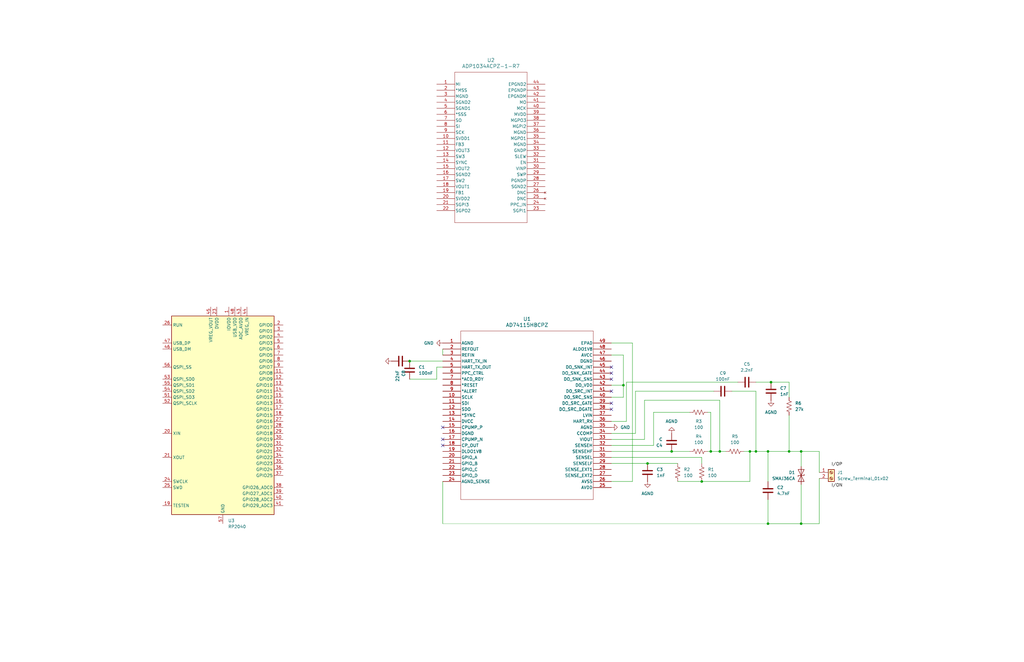
<source format=kicad_sch>
(kicad_sch (version 20231120) (generator "eeschema") (generator_version "8.0")
  (paper "USLedger")
  (lib_symbols
    (symbol "AD74115H:AD74115HBCPZ" (pin_names (offset 0.254))
      (property "Reference" "U" (at 35.56 10.16 0))
      (property "Value" "AD74115HBCPZ" (at 35.56 7.62 0))
      (symbol "AD74115HBCPZ_0_1"
        (polyline (pts (xy 7.62 -66.04) (xy 63.5 -66.04)) (stroke (width 0.127)))
        (polyline (pts (xy 7.62 5.08) (xy 7.62 -66.04)) (stroke (width 0.127)))
        (polyline (pts (xy 63.5 -66.04) (xy 63.5 5.08)) (stroke (width 0.127)))
        (polyline (pts (xy 63.5 5.08) (xy 7.62 5.08)) (stroke (width 0.127)))
        (pin power_out line (at 0 0 0) (length 7.62) (name "AGND") (number "1"))
        (pin unspecified line (at 0 -22.86 0) (length 7.62) (name "SCLK") (number "10"))
        (pin input line (at 0 -25.4 0) (length 7.62) (name "SDI") (number "11"))
        (pin output line (at 0 -27.94 0) (length 7.62) (name "SDO") (number "12"))
        (pin input line (at 0 -30.48 0) (length 7.62) (name "*SYNC") (number "13"))
        (pin power_in line (at 0 -33.02 0) (length 7.62) (name "DVCC") (number "14"))
        (pin unspecified line (at 0 -35.56 0) (length 7.62) (name "CPUMP_P") (number "15"))
        (pin power_out line (at 0 -38.1 0) (length 7.62) (name "DGND") (number "16"))
        (pin unspecified line (at 0 -40.64 0) (length 7.62) (name "CPUMP_N") (number "17"))
        (pin power_in line (at 0 -43.18 0) (length 7.62) (name "CP_OUT") (number "18"))
        (pin power_in line (at 0 -45.72 0) (length 7.62) (name "DLDO1V8") (number "19"))
        (pin power_in line (at 0 -2.54 0) (length 7.62) (name "REFOUT") (number "2"))
        (pin bidirectional line (at 0 -48.26 0) (length 7.62) (name "GPIO_A") (number "20"))
        (pin bidirectional line (at 0 -50.8 0) (length 7.62) (name "GPIO_B") (number "21"))
        (pin bidirectional line (at 0 -53.34 0) (length 7.62) (name "GPIO_C") (number "22"))
        (pin bidirectional line (at 0 -55.88 0) (length 7.62) (name "GPIO_D") (number "23"))
        (pin unspecified line (at 0 -58.42 0) (length 7.62) (name "AGND_SENSE") (number "24"))
        (pin power_in line (at 71.12 -60.96 180) (length 7.62) (name "AVDD") (number "25"))
        (pin power_in line (at 71.12 -58.42 180) (length 7.62) (name "AVSS") (number "26"))
        (pin unspecified line (at 71.12 -55.88 180) (length 7.62) (name "SENSE_EXT2") (number "27"))
        (pin unspecified line (at 71.12 -53.34 180) (length 7.62) (name "SENSE_EXT1") (number "28"))
        (pin unspecified line (at 71.12 -50.8 180) (length 7.62) (name "SENSELF") (number "29"))
        (pin power_in line (at 0 -5.08 0) (length 7.62) (name "REFIN") (number "3"))
        (pin unspecified line (at 71.12 -48.26 180) (length 7.62) (name "SENSEL") (number "30"))
        (pin unspecified line (at 71.12 -45.72 180) (length 7.62) (name "SENSEHF") (number "31"))
        (pin unspecified line (at 71.12 -43.18 180) (length 7.62) (name "SENSEH") (number "32"))
        (pin power_in line (at 71.12 -40.64 180) (length 7.62) (name "VIOUT") (number "33"))
        (pin unspecified line (at 71.12 -38.1 180) (length 7.62) (name "CCOMP") (number "34"))
        (pin power_out line (at 71.12 -35.56 180) (length 7.62) (name "AGND") (number "35"))
        (pin unspecified line (at 71.12 -33.02 180) (length 7.62) (name "HART_RX") (number "36"))
        (pin power_in line (at 71.12 -30.48 180) (length 7.62) (name "LVIN") (number "37"))
        (pin output line (at 71.12 -27.94 180) (length 7.62) (name "DO_SRC_DGATE") (number "38"))
        (pin output line (at 71.12 -25.4 180) (length 7.62) (name "DO_SRC_GATE") (number "39"))
        (pin unspecified line (at 0 -7.62 0) (length 7.62) (name "HART_TX_IN") (number "4"))
        (pin output line (at 71.12 -22.86 180) (length 7.62) (name "DO_SRC_SNS") (number "40"))
        (pin output line (at 71.12 -20.32 180) (length 7.62) (name "DO_SRC_INT") (number "41"))
        (pin output line (at 71.12 -17.78 180) (length 7.62) (name "DO_VDD") (number "42"))
        (pin output line (at 71.12 -15.24 180) (length 7.62) (name "DO_SNK_SNS") (number "43"))
        (pin output line (at 71.12 -12.7 180) (length 7.62) (name "DO_SNK_GATE") (number "44"))
        (pin output line (at 71.12 -10.16 180) (length 7.62) (name "DO_SNK_INT") (number "45"))
        (pin power_out line (at 71.12 -7.62 180) (length 7.62) (name "DGND") (number "46"))
        (pin power_in line (at 71.12 -5.08 180) (length 7.62) (name "AVCC") (number "47"))
        (pin power_in line (at 71.12 -2.54 180) (length 7.62) (name "ALDO1V8") (number "48"))
        (pin power_out line (at 71.12 0 180) (length 7.62) (name "EPAD") (number "49"))
        (pin unspecified line (at 0 -10.16 0) (length 7.62) (name "HART_TX_OUT") (number "5"))
        (pin unspecified line (at 0 -12.7 0) (length 7.62) (name "PPC_CTRL") (number "6"))
        (pin output line (at 0 -15.24 0) (length 7.62) (name "*ACD_RDY") (number "7"))
        (pin input line (at 0 -17.78 0) (length 7.62) (name "*RESET") (number "8"))
        (pin output line (at 0 -20.32 0) (length 7.62) (name "*ALERT") (number "9"))
      )
    )
    (symbol "ADP1034:ADP1034ACPZ-1-R7" (pin_names (offset 0.254))
      (property "Reference" "U" (at 22.86 10.16 0))
      (property "Value" "ADP1034ACPZ-1-R7" (at 22.86 7.62 0))
      (symbol "ADP1034ACPZ-1-R7_0_1"
        (polyline (pts (xy 7.62 -58.42) (xy 38.1 -58.42)) (stroke (width 0.127)))
        (polyline (pts (xy 7.62 5.08) (xy 7.62 -58.42)) (stroke (width 0.127)))
        (polyline (pts (xy 38.1 -58.42) (xy 38.1 5.08)) (stroke (width 0.127)))
        (polyline (pts (xy 38.1 5.08) (xy 7.62 5.08)) (stroke (width 0.127)))
        (pin output line (at 0 0 0) (length 7.62) (name "MI") (number "1"))
        (pin power_in line (at 0 -22.86 0) (length 7.62) (name "SVDD1") (number "10"))
        (pin unspecified line (at 0 -25.4 0) (length 7.62) (name "FB3") (number "11"))
        (pin power_in line (at 0 -27.94 0) (length 7.62) (name "VOUT3") (number "12"))
        (pin unspecified line (at 0 -30.48 0) (length 7.62) (name "SW3") (number "13"))
        (pin input line (at 0 -33.02 0) (length 7.62) (name "SYNC") (number "14"))
        (pin power_in line (at 0 -35.56 0) (length 7.62) (name "VOUT2") (number "15"))
        (pin power_out line (at 0 -38.1 0) (length 7.62) (name "SGND2") (number "16"))
        (pin unspecified line (at 0 -40.64 0) (length 7.62) (name "SW2") (number "17"))
        (pin power_in line (at 0 -43.18 0) (length 7.62) (name "VOUT1") (number "18"))
        (pin unspecified line (at 0 -45.72 0) (length 7.62) (name "FB1") (number "19"))
        (pin input line (at 0 -2.54 0) (length 7.62) (name "*MSS") (number "2"))
        (pin power_in line (at 0 -48.26 0) (length 7.62) (name "SVDD2") (number "20"))
        (pin input line (at 0 -50.8 0) (length 7.62) (name "SGPI3") (number "21"))
        (pin output line (at 0 -53.34 0) (length 7.62) (name "SGPO2") (number "22"))
        (pin input line (at 45.72 -53.34 180) (length 7.62) (name "SGPI1") (number "23"))
        (pin input line (at 45.72 -50.8 180) (length 7.62) (name "PPC_IN") (number "24"))
        (pin no_connect line (at 45.72 -48.26 180) (length 7.62) (name "DNC") (number "25"))
        (pin no_connect line (at 45.72 -45.72 180) (length 7.62) (name "DNC") (number "26"))
        (pin power_out line (at 45.72 -43.18 180) (length 7.62) (name "SGND2") (number "27"))
        (pin power_out line (at 45.72 -40.64 180) (length 7.62) (name "PGNDP") (number "28"))
        (pin unspecified line (at 45.72 -38.1 180) (length 7.62) (name "SWP") (number "29"))
        (pin power_out line (at 0 -5.08 0) (length 7.62) (name "MGND") (number "3"))
        (pin power_in line (at 45.72 -35.56 180) (length 7.62) (name "VINP") (number "30"))
        (pin input line (at 45.72 -33.02 180) (length 7.62) (name "EN") (number "31"))
        (pin input line (at 45.72 -30.48 180) (length 7.62) (name "SLEW") (number "32"))
        (pin power_out line (at 45.72 -27.94 180) (length 7.62) (name "GNDP") (number "33"))
        (pin power_out line (at 45.72 -25.4 180) (length 7.62) (name "MGND") (number "34"))
        (pin output line (at 45.72 -22.86 180) (length 7.62) (name "MGPO1") (number "35"))
        (pin power_out line (at 45.72 -20.32 180) (length 7.62) (name "MGND") (number "36"))
        (pin input line (at 45.72 -17.78 180) (length 7.62) (name "MGPI2") (number "37"))
        (pin output line (at 45.72 -15.24 180) (length 7.62) (name "MGPO3") (number "38"))
        (pin power_in line (at 45.72 -12.7 180) (length 7.62) (name "MVDD") (number "39"))
        (pin power_out line (at 0 -7.62 0) (length 7.62) (name "SGND2") (number "4"))
        (pin input line (at 45.72 -10.16 180) (length 7.62) (name "MCK") (number "40"))
        (pin input line (at 45.72 -7.62 180) (length 7.62) (name "MO") (number "41"))
        (pin power_out line (at 45.72 -5.08 180) (length 7.62) (name "EPGNDM") (number "42"))
        (pin power_out line (at 45.72 -2.54 180) (length 7.62) (name "EPGNDP") (number "43"))
        (pin power_out line (at 45.72 0 180) (length 7.62) (name "EPGND2") (number "44"))
        (pin power_out line (at 0 -10.16 0) (length 7.62) (name "SGND1") (number "5"))
        (pin output line (at 0 -12.7 0) (length 7.62) (name "*SSS") (number "6"))
        (pin input line (at 0 -15.24 0) (length 7.62) (name "SO") (number "7"))
        (pin output line (at 0 -17.78 0) (length 7.62) (name "SI") (number "8"))
        (pin output line (at 0 -20.32 0) (length 7.62) (name "SCK") (number "9"))
      )
    )
    (symbol "Connector:Screw_Terminal_01x02" (pin_names (offset 1.016) hide)
      (property "Reference" "J" (at 0 2.54 0))
      (property "Value" "Screw_Terminal_01x02" (at 0 -5.08 0))
      (symbol "Screw_Terminal_01x02_1_1"
        (rectangle (start -1.27 1.27) (end 1.27 -3.81) (stroke (width 0.254)) (fill (type background)))
        (circle (center 0 -2.54) (radius 0.635) (stroke (width 0.1524)))
        (polyline (pts (xy -0.5334 -2.2098) (xy 0.3302 -3.048)) (stroke (width 0.1524)))
        (polyline (pts (xy -0.5334 0.3302) (xy 0.3302 -0.508)) (stroke (width 0.1524)))
        (polyline (pts (xy -0.3556 -2.032) (xy 0.508 -2.8702)) (stroke (width 0.1524)))
        (polyline (pts (xy -0.3556 0.508) (xy 0.508 -0.3302)) (stroke (width 0.1524)))
        (circle (center 0 0) (radius 0.635) (stroke (width 0.1524)))
        (pin passive line (at -5.08 0 0) (length 3.81) (name "Pin_1") (number "1"))
        (pin passive line (at -5.08 -2.54 0) (length 3.81) (name "Pin_2") (number "2"))
      )
    )
    (symbol "Device:C" (pin_numbers hide) (pin_names (offset 0.254))
      (property "Reference" "C" (at 0.635 2.54 0))
      (property "Value" "C" (at 0.635 -2.54 0))
      (symbol "C_0_1"
        (polyline (pts (xy -2.032 -0.762) (xy 2.032 -0.762)) (stroke (width 0.508)))
        (polyline (pts (xy -2.032 0.762) (xy 2.032 0.762)) (stroke (width 0.508)))
      )
      (symbol "C_1_1"
        (pin passive line (at 0 3.81 270) (length 2.794) (name "~") (number "1"))
        (pin passive line (at 0 -3.81 90) (length 2.794) (name "~") (number "2"))
      )
    )
    (symbol "Device:R_US" (pin_numbers hide) (pin_names (offset 0))
      (property "Reference" "R" (at 2.54 0 90))
      (property "Value" "R_US" (at -2.54 0 90))
      (symbol "R_US_0_1"
        (polyline (pts (xy 0 -2.286) (xy 0 -2.54)))
        (polyline (pts (xy 0 2.286) (xy 0 2.54)))
        (polyline (pts (xy 0 -0.762) (xy 1.016 -1.143) (xy 0 -1.524) (xy -1.016 -1.905) (xy 0 -2.286)))
        (polyline (pts (xy 0 0.762) (xy 1.016 0.381) (xy 0 0) (xy -1.016 -0.381) (xy 0 -0.762)))
        (polyline (pts (xy 0 2.286) (xy 1.016 1.905) (xy 0 1.524) (xy -1.016 1.143) (xy 0 0.762)))
      )
      (symbol "R_US_1_1"
        (pin passive line (at 0 3.81 270) (length 1.27) (name "~") (number "1"))
        (pin passive line (at 0 -3.81 90) (length 1.27) (name "~") (number "2"))
      )
    )
    (symbol "Diode:SMAJ36CA" (pin_numbers hide) (pin_names (offset 1.016) hide)
      (property "Reference" "D" (at 0 2.54 0))
      (property "Value" "SMAJ36CA" (at 0 -2.54 0))
      (symbol "SMAJ36CA_0_1"
        (polyline (pts (xy 1.27 0) (xy -1.27 0)))
        (polyline (pts (xy -2.54 -1.27) (xy 0 0) (xy -2.54 1.27) (xy -2.54 -1.27)) (stroke (width 0.2032)))
        (polyline (pts (xy 0.508 1.27) (xy 0 1.27) (xy 0 -1.27) (xy -0.508 -1.27)) (stroke (width 0.2032)))
        (polyline (pts (xy 2.54 1.27) (xy 2.54 -1.27) (xy 0 0) (xy 2.54 1.27)) (stroke (width 0.2032)))
      )
      (symbol "SMAJ36CA_1_1"
        (pin passive line (at -3.81 0 0) (length 2.54) (name "A1") (number "1"))
        (pin passive line (at 3.81 0 180) (length 2.54) (name "A2") (number "2"))
      )
    )
    (symbol "MCU_RaspberryPi:RP2040"
      (property "Reference" "U" (at 17.78 45.72 0))
      (property "Value" "RP2040" (at 17.78 43.18 0))
      (symbol "RP2040_0_1"
        (rectangle (start -21.59 41.91) (end 21.59 -41.91) (stroke (width 0.254)) (fill (type background)))
      )
      (symbol "RP2040_1_1"
        (pin power_in line (at 2.54 45.72 270) (length 3.81) (name "IOVDD") (number "1"))
        (pin passive line (at 2.54 45.72 270) (length 3.81) hide (name "IOVDD") (number "10"))
        (pin bidirectional line (at 25.4 17.78 180) (length 3.81) (name "GPIO8") (number "11"))
        (pin bidirectional line (at 25.4 15.24 180) (length 3.81) (name "GPIO9") (number "12"))
        (pin bidirectional line (at 25.4 12.7 180) (length 3.81) (name "GPIO10") (number "13"))
        (pin bidirectional line (at 25.4 10.16 180) (length 3.81) (name "GPIO11") (number "14"))
        (pin bidirectional line (at 25.4 7.62 180) (length 3.81) (name "GPIO12") (number "15"))
        (pin bidirectional line (at 25.4 5.08 180) (length 3.81) (name "GPIO13") (number "16"))
        (pin bidirectional line (at 25.4 2.54 180) (length 3.81) (name "GPIO14") (number "17"))
        (pin bidirectional line (at 25.4 0 180) (length 3.81) (name "GPIO15") (number "18"))
        (pin input line (at -25.4 -38.1 0) (length 3.81) (name "TESTEN") (number "19"))
        (pin bidirectional line (at 25.4 38.1 180) (length 3.81) (name "GPIO0") (number "2"))
        (pin input line (at -25.4 -7.62 0) (length 3.81) (name "XIN") (number "20"))
        (pin passive line (at -25.4 -17.78 0) (length 3.81) (name "XOUT") (number "21"))
        (pin passive line (at 2.54 45.72 270) (length 3.81) hide (name "IOVDD") (number "22"))
        (pin power_in line (at -2.54 45.72 270) (length 3.81) (name "DVDD") (number "23"))
        (pin input line (at -25.4 -27.94 0) (length 3.81) (name "SWCLK") (number "24"))
        (pin bidirectional line (at -25.4 -30.48 0) (length 3.81) (name "SWD") (number "25"))
        (pin input line (at -25.4 38.1 0) (length 3.81) (name "RUN") (number "26"))
        (pin bidirectional line (at 25.4 -2.54 180) (length 3.81) (name "GPIO16") (number "27"))
        (pin bidirectional line (at 25.4 -5.08 180) (length 3.81) (name "GPIO17") (number "28"))
        (pin bidirectional line (at 25.4 -7.62 180) (length 3.81) (name "GPIO18") (number "29"))
        (pin bidirectional line (at 25.4 35.56 180) (length 3.81) (name "GPIO1") (number "3"))
        (pin bidirectional line (at 25.4 -10.16 180) (length 3.81) (name "GPIO19") (number "30"))
        (pin bidirectional line (at 25.4 -12.7 180) (length 3.81) (name "GPIO20") (number "31"))
        (pin bidirectional line (at 25.4 -15.24 180) (length 3.81) (name "GPIO21") (number "32"))
        (pin passive line (at 2.54 45.72 270) (length 3.81) hide (name "IOVDD") (number "33"))
        (pin bidirectional line (at 25.4 -17.78 180) (length 3.81) (name "GPIO22") (number "34"))
        (pin bidirectional line (at 25.4 -20.32 180) (length 3.81) (name "GPIO23") (number "35"))
        (pin bidirectional line (at 25.4 -22.86 180) (length 3.81) (name "GPIO24") (number "36"))
        (pin bidirectional line (at 25.4 -25.4 180) (length 3.81) (name "GPIO25") (number "37"))
        (pin bidirectional line (at 25.4 -30.48 180) (length 3.81) (name "GPIO26_ADC0") (number "38"))
        (pin bidirectional line (at 25.4 -33.02 180) (length 3.81) (name "GPIO27_ADC1") (number "39"))
        (pin bidirectional line (at 25.4 33.02 180) (length 3.81) (name "GPIO2") (number "4"))
        (pin bidirectional line (at 25.4 -35.56 180) (length 3.81) (name "GPIO28_ADC2") (number "40"))
        (pin bidirectional line (at 25.4 -38.1 180) (length 3.81) (name "GPIO29_ADC3") (number "41"))
        (pin passive line (at 2.54 45.72 270) (length 3.81) hide (name "IOVDD") (number "42"))
        (pin power_in line (at 7.62 45.72 270) (length 3.81) (name "ADC_AVDD") (number "43"))
        (pin power_in line (at 10.16 45.72 270) (length 3.81) (name "VREG_IN") (number "44"))
        (pin power_out line (at -5.08 45.72 270) (length 3.81) (name "VREG_VOUT") (number "45"))
        (pin bidirectional line (at -25.4 27.94 0) (length 3.81) (name "USB_DM") (number "46"))
        (pin bidirectional line (at -25.4 30.48 0) (length 3.81) (name "USB_DP") (number "47"))
        (pin power_in line (at 5.08 45.72 270) (length 3.81) (name "USB_VDD") (number "48"))
        (pin passive line (at 2.54 45.72 270) (length 3.81) hide (name "IOVDD") (number "49"))
        (pin bidirectional line (at 25.4 30.48 180) (length 3.81) (name "GPIO3") (number "5"))
        (pin passive line (at -2.54 45.72 270) (length 3.81) hide (name "DVDD") (number "50"))
        (pin bidirectional line (at -25.4 7.62 0) (length 3.81) (name "QSPI_SD3") (number "51"))
        (pin output line (at -25.4 5.08 0) (length 3.81) (name "QSPI_SCLK") (number "52"))
        (pin bidirectional line (at -25.4 15.24 0) (length 3.81) (name "QSPI_SD0") (number "53"))
        (pin bidirectional line (at -25.4 10.16 0) (length 3.81) (name "QSPI_SD2") (number "54"))
        (pin bidirectional line (at -25.4 12.7 0) (length 3.81) (name "QSPI_SD1") (number "55"))
        (pin bidirectional line (at -25.4 20.32 0) (length 3.81) (name "QSPI_SS") (number "56"))
        (pin power_in line (at 0 -45.72 90) (length 3.81) (name "GND") (number "57"))
        (pin bidirectional line (at 25.4 27.94 180) (length 3.81) (name "GPIO4") (number "6"))
        (pin bidirectional line (at 25.4 25.4 180) (length 3.81) (name "GPIO5") (number "7"))
        (pin bidirectional line (at 25.4 22.86 180) (length 3.81) (name "GPIO6") (number "8"))
        (pin bidirectional line (at 25.4 20.32 180) (length 3.81) (name "GPIO7") (number "9"))
      )
    )
    (symbol "power:GND" (power) (pin_numbers hide) (pin_names (offset 0) hide)
      (property "Value" "GND" (at 0 -3.81 0))
      (symbol "GND_0_1"
        (polyline (pts (xy 0 0) (xy 0 -1.27) (xy 1.27 -1.27) (xy 0 -2.54) (xy -1.27 -1.27) (xy 0 -1.27)))
      )
      (symbol "GND_1_1"
        (pin power_in line (at 0 0 270) (length 0) (name "~") (number "1"))
      )
    )
  )
  (junction (at 295.91 203.2))
  (junction (at 303.53 190.5))
  (junction (at 316.23 190.5))
  (junction (at 172.72 152.4))
  (junction (at 325.12 161.29))
  (junction (at 283.21 190.5))
  (junction (at 273.05 195.58))
  (junction (at 318.77 190.5))
  (junction (at 299.72 190.5))
  (junction (at 262.89 162.56))
  (junction (at 323.85 190.5))
  (junction (at 337.82 220.98))
  (junction (at 332.74 190.5))
  (junction (at 337.82 190.5))
  (junction (at 323.85 220.98))
  (no_connect (at 257.81 154.94))
  (no_connect (at 257.81 160.02))
  (no_connect (at 257.81 157.48))
  (no_connect (at 257.81 172.72))
  (no_connect (at 257.81 170.18))
  (no_connect (at 186.69 185.42))
  (no_connect (at 186.69 180.34))
  (no_connect (at 186.69 187.96))
  (no_connect (at 257.81 165.1))
  (wire (pts (xy 308.61 165.1) (xy 318.77 165.1)))
  (wire (pts (xy 337.82 204.47) (xy 337.82 220.98)))
  (wire (pts (xy 283.21 190.5) (xy 290.83 190.5)))
  (wire (pts (xy 266.7 144.78) (xy 266.7 203.2)))
  (wire (pts (xy 186.69 154.94) (xy 184.15 154.94)))
  (wire (pts (xy 332.74 175.26) (xy 332.74 190.5)))
  (wire (pts (xy 262.89 149.86) (xy 262.89 162.56)))
  (wire (pts (xy 257.81 182.88) (xy 267.97 182.88)))
  (wire (pts (xy 275.59 187.96) (xy 275.59 173.99)))
  (wire (pts (xy 313.69 190.5) (xy 316.23 190.5)))
  (wire (pts (xy 303.53 190.5) (xy 306.07 190.5)))
  (wire (pts (xy 257.81 190.5) (xy 283.21 190.5)))
  (wire (pts (xy 316.23 203.2) (xy 316.23 190.5)))
  (wire (pts (xy 295.91 203.2) (xy 316.23 203.2)))
  (wire (pts (xy 257.81 144.78) (xy 266.7 144.78)))
  (wire (pts (xy 257.81 193.04) (xy 295.91 193.04)))
  (wire (pts (xy 172.72 152.4) (xy 186.69 152.4)))
  (wire (pts (xy 257.81 203.2) (xy 266.7 203.2)))
  (wire (pts (xy 172.72 160.02) (xy 184.15 160.02)))
  (wire (pts (xy 262.89 162.56) (xy 262.89 167.64)))
  (wire (pts (xy 267.97 165.1) (xy 300.99 165.1)))
  (wire (pts (xy 299.72 173.99) (xy 299.72 190.5)))
  (wire (pts (xy 267.97 182.88) (xy 267.97 165.1)))
  (wire (pts (xy 325.12 161.29) (xy 332.74 161.29)))
  (wire (pts (xy 323.85 190.5) (xy 323.85 203.2)))
  (wire (pts (xy 345.44 190.5) (xy 345.44 199.39)))
  (wire (pts (xy 299.72 190.5) (xy 303.53 190.5)))
  (wire (pts (xy 323.85 190.5) (xy 332.74 190.5)))
  (wire (pts (xy 257.81 195.58) (xy 273.05 195.58)))
  (wire (pts (xy 257.81 187.96) (xy 275.59 187.96)))
  (wire (pts (xy 186.69 203.2) (xy 186.69 220.98)))
  (wire (pts (xy 186.69 147.32) (xy 186.69 149.86)))
  (wire (pts (xy 337.82 196.85) (xy 337.82 190.5)))
  (wire (pts (xy 257.81 149.86) (xy 262.89 149.86)))
  (wire (pts (xy 257.81 162.56) (xy 262.89 162.56)))
  (wire (pts (xy 273.05 195.58) (xy 285.75 195.58)))
  (wire (pts (xy 345.44 220.98) (xy 345.44 201.93)))
  (wire (pts (xy 332.74 190.5) (xy 337.82 190.5)))
  (wire (pts (xy 318.77 190.5) (xy 323.85 190.5)))
  (wire (pts (xy 275.59 173.99) (xy 290.83 173.99)))
  (wire (pts (xy 318.77 161.29) (xy 325.12 161.29)))
  (wire (pts (xy 323.85 220.98) (xy 337.82 220.98)))
  (wire (pts (xy 285.75 203.2) (xy 295.91 203.2)))
  (wire (pts (xy 257.81 185.42) (xy 271.78 185.42)))
  (wire (pts (xy 295.91 193.04) (xy 295.91 195.58)))
  (wire (pts (xy 323.85 210.82) (xy 323.85 220.98)))
  (wire (pts (xy 184.15 154.94) (xy 184.15 160.02)))
  (wire (pts (xy 318.77 165.1) (xy 318.77 190.5)))
  (wire (pts (xy 257.81 167.64) (xy 262.89 167.64)))
  (wire (pts (xy 298.45 173.99) (xy 299.72 173.99)))
  (wire (pts (xy 318.77 190.5) (xy 316.23 190.5)))
  (wire (pts (xy 337.82 190.5) (xy 345.44 190.5)))
  (wire (pts (xy 303.53 168.91) (xy 303.53 190.5)))
  (wire (pts (xy 271.78 168.91) (xy 303.53 168.91)))
  (wire (pts (xy 264.16 161.29) (xy 311.15 161.29)))
  (wire (pts (xy 257.81 177.8) (xy 264.16 177.8)))
  (wire (pts (xy 271.78 185.42) (xy 271.78 168.91)))
  (wire (pts (xy 264.16 177.8) (xy 264.16 161.29)))
  (wire (pts (xy 337.82 220.98) (xy 345.44 220.98)))
  (wire (pts (xy 186.69 220.98) (xy 323.85 220.98)) (stroke (width 0.0381)))
  (wire (pts (xy 298.45 190.5) (xy 299.72 190.5)))
  (wire (pts (xy 332.74 161.29) (xy 332.74 167.64)))
  (label "I{slash}ON" (at 350.52 205.74 0))
  (label "I{slash}OP" (at 350.52 196.85 0))
  (symbol (lib_id "Device:R_US") (at 294.64 173.99 90) (unit 1)
    (property "Reference" "R3" (at 294.64 177.8 90))
    (property "Value" "100" (at 294.64 180.34 90))
    (property "Footprint" "Resistor_SMD:R_0201_0603Metric" (effects (hide yes)))
    (property "Description" "Resistor" (effects (hide yes)))
  )
  (symbol (lib_id "Device:C") (at 323.85 207.01 180) (unit 1)
    (property "Reference" "C2" (at 327.66 205.7399 0) (effects (justify right)))
    (property "Value" "4.7nF" (at 327.66 208.2799 0) (effects (justify right)))
    (property "Footprint" "Capacitor_Tantalum_SMD:CP_EIA-1608-08_AVX-J" (effects (hide yes)))
    (property "Description" "Unpolarized capacitor" (effects (hide yes)))
    (property "Sim.Device" "C" (effects (hide yes)))
    (property "Sim.Pins" "1=+ 2=-" (effects (hide yes)))
  )
  (symbol (lib_id "ADP1034:ADP1034ACPZ-1-R7") (at 184.15 35.56 0) (unit 1)
    (property "Reference" "U2" (at 207.01 25.4 0) (effects (font (size 1.524 1.524))))
    (property "Value" "ADP1034ACPZ-1-R7" (at 207.01 27.94 0) (effects (font (size 1.524 1.524))))
    (property "Footprint" "ADP1034:CP-41-1_ADI" (effects (hide yes)))
    (property "Datasheet" "ADP1034ACPZ-1-R7" (effects (hide yes)))
  )
  (symbol (lib_id "Device:R_US") (at 285.75 199.39 0) (unit 1)
    (property "Reference" "R2" (at 288.29 198.1199 0) (effects (justify left)))
    (property "Value" "100" (at 288.29 200.6599 0) (effects (justify left)))
    (property "Footprint" "Resistor_SMD:R_0201_0603Metric" (effects (hide yes)))
    (property "Description" "Resistor" (effects (hide yes)))
  )
  (symbol (lib_id "Device:C") (at 314.96 161.29 90) (unit 1)
    (property "Reference" "C5" (at 314.96 153.67 90))
    (property "Value" "2.2nF" (at 314.96 156.21 90))
    (property "Footprint" "Resistor_SMD:R_0201_0603Metric" (effects (hide yes)))
    (property "Description" "Unpolarized capacitor" (effects (hide yes)))
    (property "Sim.Device" "C" (effects (hide yes)))
    (property "Sim.Pins" "1=+ 2=-" (effects (hide yes)))
  )
  (symbol (lib_id "Device:C") (at 325.12 165.1 0) (unit 1)
    (property "Reference" "C7" (at 328.93 163.8299 0) (effects (justify left)))
    (property "Value" "1nF" (at 328.93 166.3699 0) (effects (justify left)))
    (property "Footprint" "Capacitor_Tantalum_SMD:CP_EIA-1608-08_AVX-J" (effects (hide yes)))
    (property "Description" "Unpolarized capacitor" (effects (hide yes)))
  )
  (symbol (lib_id "MCU_RaspberryPi:RP2040") (at 93.98 175.26 0) (unit 1)
    (property "Reference" "U3" (at 96.1741 219.71 0) (effects (justify left)))
    (property "Value" "RP2040" (at 96.1741 222.25 0) (effects (justify left)))
    (property "Footprint" "Package_DFN_QFN:QFN-56-1EP_7x7mm_P0.4mm_EP3.2x3.2mm" (effects (hide yes)))
    (property "Datasheet" "https://datasheets.raspberrypi.com/rp2040/rp2040-datasheet.pdf" (effects (hide yes)))
    (property "Description" "A microcontroller by Raspberry Pi" (effects (hide yes)))
  )
  (symbol (lib_id "Diode:SMAJ36CA") (at 337.82 200.66 270) (mirror x) (unit 1)
    (property "Reference" "D1" (at 335.28 199.3899 90) (effects (justify right)))
    (property "Value" "SMAJ36CA" (at 335.28 201.9299 90) (effects (justify right)))
    (property "Footprint" "Diode_SMD:D_SMA" (effects (hide yes)))
    (property "Datasheet" "https://www.littelfuse.com/media?resourcetype=datasheets&itemid=75e32973-b177-4ee3-a0ff-cedaf1abdb93&filename=smaj-datasheet" (effects (hide yes)))
    (property "Description" "400W bidirectional Transient Voltage Suppressor, 36.0Vr, SMA(DO-214AC)" (effects (hide yes)))
  )
  (symbol (lib_id "Device:R_US") (at 309.88 190.5 90) (unit 1)
    (property "Reference" "R5" (at 309.88 184.15 90))
    (property "Value" "100" (at 309.88 186.69 90))
    (property "Footprint" "Resistor_SMD:R_0201_0603Metric" (effects (hide yes)))
    (property "Description" "Resistor" (effects (hide yes)))
  )
  (symbol (lib_id "Device:C") (at 304.8 165.1 90) (unit 1)
    (property "Reference" "C9" (at 304.8 157.48 90))
    (property "Value" "100nF" (at 304.8 160.02 90))
    (property "Footprint" "Capacitor_Tantalum_SMD:CP_EIA-1608-08_AVX-J" (effects (hide yes)))
    (property "Description" "Unpolarized capacitor" (effects (hide yes)))
  )
  (symbol (lib_id "power:GND") (at 283.21 182.88 180) (unit 1)
    (property "Reference" "#PWR03" (effects (hide yes)))
    (property "Value" "AGND" (at 283.21 177.8 0))
    (property "Description" "Power symbol creates a global label with name \"GND\" , ground" (effects (hide yes)))
  )
  (symbol (lib_id "Connector:Screw_Terminal_01x02") (at 350.52 199.39 0) (unit 1)
    (property "Reference" "J1" (at 353.06 199.3899 0) (effects (justify left)))
    (property "Value" "Screw_Terminal_01x02" (at 353.06 201.9299 0) (effects (justify left)))
    (property "Description" "Generic screw terminal, single row, 01x02, script generated (kicad-library-utils/schlib/autogen/connector/)" (effects (hide yes)))
  )
  (symbol (lib_id "power:GND") (at 186.69 144.78 270) (unit 1)
    (property "Reference" "#PWR01" (effects (hide yes)))
    (property "Value" "GND" (at 182.88 144.7799 90) (effects (justify right)))
    (property "Description" "Power symbol creates a global label with name \"GND\" , ground" (effects (hide yes)))
  )
  (symbol (lib_id "power:GND") (at 165.1 152.4 270) (unit 1)
    (property "Reference" "#PWR05" (effects (hide yes)))
    (property "Value" "GND" (effects (hide yes)))
    (property "Description" "Power symbol creates a global label with name \"GND\" , ground" (effects (hide yes)))
  )
  (symbol (lib_id "Device:C") (at 168.91 152.4 270) (unit 1)
    (property "Reference" "C8" (at 170.1801 156.21 0) (effects (justify left)))
    (property "Value" "22nF" (at 167.6401 156.21 0) (effects (justify left)))
    (property "Footprint" "Capacitor_Tantalum_SMD:CP_EIA-1608-08_AVX-J" (effects (hide yes)))
    (property "Description" "Unpolarized capacitor" (effects (hide yes)))
  )
  (symbol (lib_id "Device:C") (at 273.05 199.39 0) (unit 1)
    (property "Reference" "C3" (at 276.86 198.1199 0) (effects (justify left)))
    (property "Value" "1nF" (at 276.86 200.6599 0) (effects (justify left)))
    (property "Footprint" "Capacitor_Tantalum_SMD:CP_EIA-1608-08_AVX-J" (effects (hide yes)))
    (property "Description" "Unpolarized capacitor" (effects (hide yes)))
  )
  (symbol (lib_id "Device:C") (at 172.72 156.21 0) (unit 1)
    (property "Reference" "C1" (at 176.53 154.9399 0) (effects (justify left)))
    (property "Value" "100nF" (at 176.53 157.4799 0) (effects (justify left)))
    (property "Footprint" "Capacitor_Tantalum_SMD:CP_EIA-1608-08_AVX-J" (effects (hide yes)))
    (property "Description" "Unpolarized capacitor" (effects (hide yes)))
  )
  (symbol (lib_id "Device:R_US") (at 294.64 190.5 90) (unit 1)
    (property "Reference" "R4" (at 294.64 184.15 90))
    (property "Value" "100" (at 294.64 186.69 90))
    (property "Footprint" "Resistor_SMD:R_0201_0603Metric" (effects (hide yes)))
    (property "Description" "Resistor" (effects (hide yes)))
  )
  (symbol (lib_id "Device:R_US") (at 332.74 171.45 180) (unit 1)
    (property "Reference" "R6" (at 335.28 170.1799 0) (effects (justify right)))
    (property "Value" "27k" (at 335.28 172.7199 0) (effects (justify right)))
    (property "Footprint" "Resistor_SMD:R_0201_0603Metric" (effects (hide yes)))
    (property "Description" "Resistor" (effects (hide yes)))
    (property "Sim.Device" "R" (effects (hide yes)))
    (property "Sim.Pins" "1=+ 2=-" (effects (hide yes)))
  )
  (symbol (lib_id "Device:C") (at 283.21 186.69 180) (unit 1)
    (property "Reference" "C4" (at 279.4 187.9601 0) (effects (justify left)))
    (property "Value" "C" (at 279.4 185.4201 0) (effects (justify left)))
    (property "Footprint" "Capacitor_Tantalum_SMD:CP_EIA-1608-08_AVX-J" (effects (hide yes)))
    (property "Description" "Unpolarized capacitor" (effects (hide yes)))
  )
  (symbol (lib_id "power:GND") (at 257.81 180.34 90) (unit 1)
    (property "Reference" "#PWR06" (effects (hide yes)))
    (property "Value" "GND" (at 261.62 180.3399 90) (effects (justify right)))
    (property "Description" "Power symbol creates a global label with name \"GND\" , ground" (effects (hide yes)))
  )
  (symbol (lib_id "power:GND") (at 273.05 203.2 0) (unit 1)
    (property "Reference" "#PWR02" (effects (hide yes)))
    (property "Value" "AGND" (at 273.05 208.28 0))
    (property "Description" "Power symbol creates a global label with name \"GND\" , ground" (effects (hide yes)))
  )
  (symbol (lib_id "power:GND") (at 325.12 168.91 0) (unit 1)
    (property "Reference" "#PWR04" (effects (hide yes)))
    (property "Value" "AGND" (at 325.12 173.99 0))
    (property "Description" "Power symbol creates a global label with name \"GND\" , ground" (effects (hide yes)))
  )
  (symbol (lib_id "Device:R_US") (at 295.91 199.39 0) (unit 1)
    (property "Reference" "R1" (at 298.45 198.1199 0) (effects (justify left)))
    (property "Value" "100" (at 298.45 200.6599 0) (effects (justify left)))
    (property "Footprint" "Resistor_SMD:R_0201_0603Metric" (effects (hide yes)))
    (property "Description" "Resistor" (effects (hide yes)))
  )
  (symbol (lib_id "AD74115H:AD74115HBCPZ") (at 186.69 144.78 0) (unit 1)
    (property "Reference" "U1" (at 222.25 134.62 0) (effects (font (size 1.524 1.524))))
    (property "Value" "AD74115HBCPZ" (at 222.25 137.16 0) (effects (font (size 1.524 1.524))))
    (property "Footprint" "AD74115H:CP-48-28_ADI" (effects (hide yes)))
    (property "Datasheet" "AD74115HBCPZ" (effects (hide yes)))
  )
)
</source>
